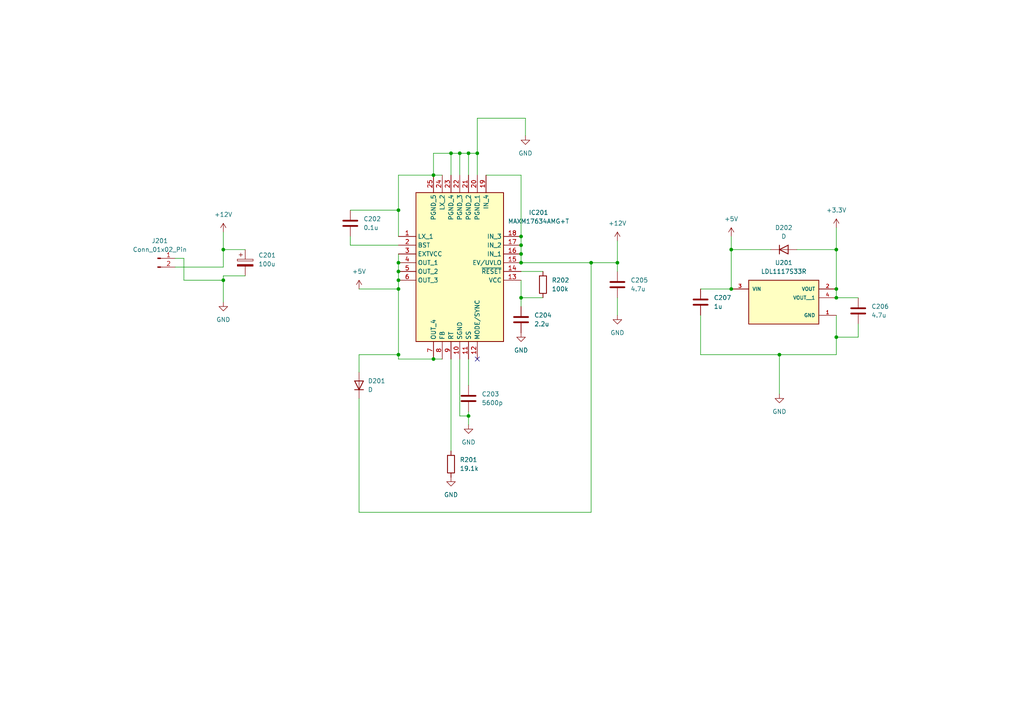
<source format=kicad_sch>
(kicad_sch (version 20230121) (generator eeschema)
  (paper "A4")
  (lib_symbols
    (symbol "00_my_sym:LDL1117S33R" (pin_names (offset 1.016))
      (property "Reference" "U" (at -10.16 7.62 0))
      (property "Value" "LDL1117S33R" (at -10.16 -12.7 0))
      (symbol "LDL1117S33R_0_0"
        (rectangle (start -10.16 -7.62) (end 10.16 5.08) (stroke (width 0.254)) (fill (type background)))
        (pin power_in line (at 15.24 -5.08 180) (length 5.08) (name "GND") (number "1"))
        (pin output line (at 15.24 2.54 180) (length 5.08) (name "VOUT") (number "2"))
        (pin input line (at -15.24 2.54 0) (length 5.08) (name "VIN") (number "3"))
        (pin output line (at 15.24 0 180) (length 5.08) (name "VOUT__1") (number "4"))
      )
    )
    (symbol "libV 1:+12V" (power) (pin_names (offset 0))
      (property "Value" "+12V" (at 0 3.556 0))
      (symbol "+12V_0_1"
        (polyline (pts (xy -0.762 1.27) (xy 0 2.54)))
        (polyline (pts (xy 0 0) (xy 0 2.54)))
        (polyline (pts (xy 0 2.54) (xy 0.762 1.27)))
      )
      (symbol "+12V_1_1"
        (pin power_in line (at 0 0 90) (length 0) hide (name "+12V") (number "1"))
      )
    )
    (symbol "libV 1:+3.3V" (power) (pin_names (offset 0))
      (property "Value" "+3.3V" (at 0 3.556 0))
      (symbol "+3.3V_0_1"
        (polyline (pts (xy -0.762 1.27) (xy 0 2.54)))
        (polyline (pts (xy 0 0) (xy 0 2.54)))
        (polyline (pts (xy 0 2.54) (xy 0.762 1.27)))
      )
      (symbol "+3.3V_1_1"
        (pin power_in line (at 0 0 90) (length 0) hide (name "+3.3V") (number "1"))
      )
    )
    (symbol "libV 1:+5V" (power) (pin_names (offset 0))
      (property "Value" "+5V" (at 0 3.556 0))
      (symbol "+5V_0_1"
        (polyline (pts (xy -0.762 1.27) (xy 0 2.54)))
        (polyline (pts (xy 0 0) (xy 0 2.54)))
        (polyline (pts (xy 0 2.54) (xy 0.762 1.27)))
      )
      (symbol "+5V_1_1"
        (pin power_in line (at 0 0 90) (length 0) hide (name "+5V") (number "1"))
      )
    )
    (symbol "libV 1:C" (pin_numbers hide) (pin_names (offset 0.254))
      (property "Reference" "C" (at 0.635 2.54 0))
      (property "Value" "C" (at 0.635 -2.54 0))
      (symbol "C_0_1"
        (polyline (pts (xy -2.032 -0.762) (xy 2.032 -0.762)) (stroke (width 0.508)))
        (polyline (pts (xy -2.032 0.762) (xy 2.032 0.762)) (stroke (width 0.508)))
      )
      (symbol "C_1_1"
        (pin passive line (at 0 3.81 270) (length 2.794) (name "~") (number "1"))
        (pin passive line (at 0 -3.81 90) (length 2.794) (name "~") (number "2"))
      )
    )
    (symbol "libV 1:C_Polarized" (pin_numbers hide) (pin_names (offset 0.254))
      (property "Reference" "C" (at 0.635 2.54 0))
      (property "Value" "C_Polarized" (at 0.635 -2.54 0))
      (symbol "C_Polarized_0_1"
        (rectangle (start -2.286 0.508) (end 2.286 1.016))
        (polyline (pts (xy -1.778 2.286) (xy -0.762 2.286)))
        (polyline (pts (xy -1.27 2.794) (xy -1.27 1.778)))
        (rectangle (start 2.286 -0.508) (end -2.286 -1.016) (fill (type outline)))
      )
      (symbol "C_Polarized_1_1"
        (pin passive line (at 0 3.81 270) (length 2.794) (name "~") (number "1"))
        (pin passive line (at 0 -3.81 90) (length 2.794) (name "~") (number "2"))
      )
    )
    (symbol "libV 1:Conn_01x02_Pin" (pin_names (offset 1.016) hide)
      (property "Reference" "J" (at 0 2.54 0))
      (property "Value" "Conn_01x02_Pin" (at 0 -5.08 0))
      (symbol "Conn_01x02_Pin_1_1"
        (polyline (pts (xy 1.27 -2.54) (xy 0.8636 -2.54)) (stroke (width 0.1524)))
        (polyline (pts (xy 1.27 0) (xy 0.8636 0)) (stroke (width 0.1524)))
        (rectangle (start 0.8636 -2.413) (end 0 -2.667) (stroke (width 0.1524)) (fill (type outline)))
        (rectangle (start 0.8636 0.127) (end 0 -0.127) (stroke (width 0.1524)) (fill (type outline)))
        (pin passive line (at 5.08 0 180) (length 3.81) (name "Pin_1") (number "1"))
        (pin passive line (at 5.08 -2.54 180) (length 3.81) (name "Pin_2") (number "2"))
      )
    )
    (symbol "libV 1:D" (pin_numbers hide) (pin_names (offset 1.016) hide)
      (property "Reference" "D" (at 0 2.54 0))
      (property "Value" "D" (at 0 -2.54 0))
      (symbol "D_0_1"
        (polyline (pts (xy -1.27 1.27) (xy -1.27 -1.27)) (stroke (width 0.254)))
        (polyline (pts (xy 1.27 0) (xy -1.27 0)))
        (polyline (pts (xy 1.27 1.27) (xy 1.27 -1.27) (xy -1.27 0) (xy 1.27 1.27)) (stroke (width 0.254)))
      )
      (symbol "D_1_1"
        (pin passive line (at -3.81 0 0) (length 2.54) (name "K") (number "1"))
        (pin passive line (at 3.81 0 180) (length 2.54) (name "A") (number "2"))
      )
    )
    (symbol "libV 1:GND" (power) (pin_names (offset 0))
      (property "Value" "GND" (at 0 -3.81 0))
      (symbol "GND_0_1"
        (polyline (pts (xy 0 0) (xy 0 -1.27) (xy 1.27 -1.27) (xy 0 -2.54) (xy -1.27 -1.27) (xy 0 -1.27)))
      )
      (symbol "GND_1_1"
        (pin power_in line (at 0 0 270) (length 0) hide (name "GND") (number "1"))
      )
    )
    (symbol "libV 1:MAXM17634AMG+T"
      (property "Reference" "IC" (at 31.75 17.78 0))
      (property "Value" "MAXM17634AMG+T" (at 31.75 15.24 0))
      (symbol "MAXM17634AMG+T_1_1"
        (rectangle (start 5.08 12.7) (end 30.48 -30.48) (stroke (width 0.254)) (fill (type background)))
        (pin passive line (at 0 0 0) (length 5.08) (name "LX_1") (number "1"))
        (pin passive line (at 17.78 -35.56 90) (length 5.08) (name "SGND") (number "10"))
        (pin passive line (at 20.32 -35.56 90) (length 5.08) (name "SS") (number "11"))
        (pin passive line (at 22.86 -35.56 90) (length 5.08) (name "MODE/SYNC") (number "12"))
        (pin passive line (at 35.56 -12.7 180) (length 5.08) (name "VCC") (number "13"))
        (pin passive line (at 35.56 -10.16 180) (length 5.08) (name "~{RESET}") (number "14"))
        (pin passive line (at 35.56 -7.62 180) (length 5.08) (name "EV/UVLO") (number "15"))
        (pin passive line (at 35.56 -5.08 180) (length 5.08) (name "IN_1") (number "16"))
        (pin passive line (at 35.56 -2.54 180) (length 5.08) (name "IN_2") (number "17"))
        (pin passive line (at 35.56 0 180) (length 5.08) (name "IN_3") (number "18"))
        (pin passive line (at 25.4 17.78 270) (length 5.08) (name "IN_4") (number "19"))
        (pin passive line (at 0 -2.54 0) (length 5.08) (name "BST") (number "2"))
        (pin passive line (at 22.86 17.78 270) (length 5.08) (name "PGND_1") (number "20"))
        (pin passive line (at 20.32 17.78 270) (length 5.08) (name "PGND_2") (number "21"))
        (pin passive line (at 17.78 17.78 270) (length 5.08) (name "PGND_3") (number "22"))
        (pin passive line (at 15.24 17.78 270) (length 5.08) (name "PGND_4") (number "23"))
        (pin passive line (at 12.7 17.78 270) (length 5.08) (name "LX_2") (number "24"))
        (pin passive line (at 10.16 17.78 270) (length 5.08) (name "PGND_5") (number "25"))
        (pin passive line (at 0 -5.08 0) (length 5.08) (name "EXTVCC") (number "3"))
        (pin passive line (at 0 -7.62 0) (length 5.08) (name "OUT_1") (number "4"))
        (pin passive line (at 0 -10.16 0) (length 5.08) (name "OUT_2") (number "5"))
        (pin passive line (at 0 -12.7 0) (length 5.08) (name "OUT_3") (number "6"))
        (pin passive line (at 10.16 -35.56 90) (length 5.08) (name "OUT_4") (number "7"))
        (pin passive line (at 12.7 -35.56 90) (length 5.08) (name "FB") (number "8"))
        (pin passive line (at 15.24 -35.56 90) (length 5.08) (name "RT") (number "9"))
      )
    )
    (symbol "libV 1:R" (pin_numbers hide) (pin_names (offset 0))
      (property "Reference" "R" (at 2.032 0 90))
      (property "Value" "R" (at 0 0 90))
      (symbol "R_0_1"
        (rectangle (start -1.016 -2.54) (end 1.016 2.54) (stroke (width 0.254)))
      )
      (symbol "R_1_1"
        (pin passive line (at 0 3.81 270) (length 1.27) (name "~") (number "1"))
        (pin passive line (at 0 -3.81 90) (length 1.27) (name "~") (number "2"))
      )
    )
  )
  (junction (at 151.13 73.66))
  (junction (at 115.57 60.96))
  (junction (at 115.57 102.87))
  (junction (at 130.81 44.45))
  (junction (at 151.13 86.36))
  (junction (at 151.13 68.58))
  (junction (at 138.43 44.45))
  (junction (at 135.89 44.45))
  (junction (at 115.57 81.28))
  (junction (at 135.89 120.65))
  (junction (at 179.07 76.2))
  (junction (at 242.57 97.79))
  (junction (at 125.73 104.14))
  (junction (at 212.09 72.39))
  (junction (at 171.45 76.2))
  (junction (at 64.77 72.39))
  (junction (at 115.57 78.74))
  (junction (at 115.57 83.82))
  (junction (at 64.77 81.28))
  (junction (at 115.57 76.2))
  (junction (at 242.57 72.39))
  (junction (at 212.09 83.82))
  (junction (at 242.57 83.82))
  (junction (at 125.73 50.8))
  (junction (at 151.13 71.12))
  (junction (at 242.57 86.36))
  (junction (at 151.13 76.2))
  (junction (at 133.35 44.45))
  (junction (at 226.06 102.87))
  (no_connect (at 138.43 104.14))
  (wire (pts (xy 151.13 81.28) (xy 151.13 86.36)))
  (wire (pts (xy 231.14 72.39) (xy 242.57 72.39)))
  (wire (pts (xy 50.8 77.47) (xy 64.77 77.47)))
  (wire (pts (xy 242.57 86.36) (xy 248.92 86.36)))
  (wire (pts (xy 171.45 148.59) (xy 171.45 76.2)))
  (wire (pts (xy 226.06 102.87) (xy 226.06 114.3)))
  (wire (pts (xy 212.09 68.58) (xy 212.09 72.39)))
  (wire (pts (xy 115.57 81.28) (xy 115.57 83.82)))
  (wire (pts (xy 104.14 83.82) (xy 115.57 83.82)))
  (wire (pts (xy 64.77 80.01) (xy 71.12 80.01)))
  (wire (pts (xy 151.13 68.58) (xy 151.13 71.12)))
  (wire (pts (xy 151.13 86.36) (xy 157.48 86.36)))
  (wire (pts (xy 203.2 102.87) (xy 226.06 102.87)))
  (wire (pts (xy 130.81 44.45) (xy 130.81 50.8)))
  (wire (pts (xy 115.57 73.66) (xy 115.57 76.2)))
  (wire (pts (xy 50.8 74.93) (xy 53.34 74.93)))
  (wire (pts (xy 53.34 81.28) (xy 64.77 81.28)))
  (wire (pts (xy 151.13 71.12) (xy 151.13 73.66)))
  (wire (pts (xy 248.92 93.98) (xy 248.92 97.79)))
  (wire (pts (xy 104.14 107.95) (xy 104.14 102.87)))
  (wire (pts (xy 248.92 97.79) (xy 242.57 97.79)))
  (wire (pts (xy 64.77 77.47) (xy 64.77 72.39)))
  (wire (pts (xy 212.09 72.39) (xy 212.09 83.82)))
  (wire (pts (xy 104.14 102.87) (xy 115.57 102.87)))
  (wire (pts (xy 64.77 80.01) (xy 64.77 81.28)))
  (wire (pts (xy 226.06 102.87) (xy 242.57 102.87)))
  (wire (pts (xy 151.13 76.2) (xy 171.45 76.2)))
  (wire (pts (xy 179.07 78.74) (xy 179.07 76.2)))
  (wire (pts (xy 135.89 44.45) (xy 138.43 44.45)))
  (wire (pts (xy 125.73 44.45) (xy 130.81 44.45)))
  (wire (pts (xy 135.89 120.65) (xy 135.89 119.38)))
  (wire (pts (xy 242.57 66.04) (xy 242.57 72.39)))
  (wire (pts (xy 135.89 44.45) (xy 135.89 50.8)))
  (wire (pts (xy 115.57 102.87) (xy 115.57 104.14)))
  (wire (pts (xy 171.45 76.2) (xy 179.07 76.2)))
  (wire (pts (xy 125.73 104.14) (xy 128.27 104.14)))
  (wire (pts (xy 151.13 73.66) (xy 151.13 76.2)))
  (wire (pts (xy 53.34 74.93) (xy 53.34 81.28)))
  (wire (pts (xy 242.57 97.79) (xy 242.57 91.44)))
  (wire (pts (xy 115.57 60.96) (xy 115.57 68.58)))
  (wire (pts (xy 140.97 50.8) (xy 151.13 50.8)))
  (wire (pts (xy 64.77 72.39) (xy 64.77 67.31)))
  (wire (pts (xy 152.4 34.29) (xy 152.4 39.37)))
  (wire (pts (xy 133.35 44.45) (xy 135.89 44.45)))
  (wire (pts (xy 64.77 72.39) (xy 71.12 72.39)))
  (wire (pts (xy 115.57 76.2) (xy 115.57 78.74)))
  (wire (pts (xy 151.13 50.8) (xy 151.13 68.58)))
  (wire (pts (xy 115.57 78.74) (xy 115.57 81.28)))
  (wire (pts (xy 138.43 50.8) (xy 138.43 44.45)))
  (wire (pts (xy 151.13 86.36) (xy 151.13 88.9)))
  (wire (pts (xy 179.07 69.85) (xy 179.07 76.2)))
  (wire (pts (xy 64.77 81.28) (xy 64.77 87.63)))
  (wire (pts (xy 138.43 44.45) (xy 138.43 34.29)))
  (wire (pts (xy 135.89 104.14) (xy 135.89 111.76)))
  (wire (pts (xy 115.57 71.12) (xy 101.6 71.12)))
  (wire (pts (xy 125.73 50.8) (xy 115.57 50.8)))
  (wire (pts (xy 101.6 71.12) (xy 101.6 68.58)))
  (wire (pts (xy 104.14 148.59) (xy 171.45 148.59)))
  (wire (pts (xy 104.14 115.57) (xy 104.14 148.59)))
  (wire (pts (xy 179.07 86.36) (xy 179.07 91.44)))
  (wire (pts (xy 128.27 50.8) (xy 125.73 50.8)))
  (wire (pts (xy 242.57 83.82) (xy 242.57 86.36)))
  (wire (pts (xy 115.57 104.14) (xy 125.73 104.14)))
  (wire (pts (xy 212.09 72.39) (xy 223.52 72.39)))
  (wire (pts (xy 242.57 72.39) (xy 242.57 83.82)))
  (wire (pts (xy 203.2 91.44) (xy 203.2 102.87)))
  (wire (pts (xy 203.2 83.82) (xy 212.09 83.82)))
  (wire (pts (xy 151.13 78.74) (xy 157.48 78.74)))
  (wire (pts (xy 135.89 123.19) (xy 135.89 120.65)))
  (wire (pts (xy 242.57 102.87) (xy 242.57 97.79)))
  (wire (pts (xy 133.35 104.14) (xy 133.35 120.65)))
  (wire (pts (xy 130.81 104.14) (xy 130.81 130.81)))
  (wire (pts (xy 115.57 50.8) (xy 115.57 60.96)))
  (wire (pts (xy 101.6 60.96) (xy 115.57 60.96)))
  (wire (pts (xy 130.81 44.45) (xy 133.35 44.45)))
  (wire (pts (xy 138.43 34.29) (xy 152.4 34.29)))
  (wire (pts (xy 115.57 83.82) (xy 115.57 102.87)))
  (wire (pts (xy 125.73 50.8) (xy 125.73 44.45)))
  (wire (pts (xy 133.35 120.65) (xy 135.89 120.65)))
  (wire (pts (xy 133.35 44.45) (xy 133.35 50.8)))
  (symbol (lib_id "libV 1:D") (at 227.33 72.39 0) (unit 1)
    (property "Reference" "D202" (at 227.33 66.04 0))
    (property "Value" "D" (at 227.33 68.58 0))
    (property "Footprint" "Diode_SMD:D_SMA" (effects hide))
    (property "Sim.Device" "D" (effects hide))
    (property "Sim.Pins" "1=K 2=A" (effects hide))
  )
  (symbol (lib_id "libV 1:C") (at 203.2 87.63 0) (unit 1)
    (property "Reference" "C207" (at 207.01 86.36 0) (effects (justify left)))
    (property "Value" "1u" (at 207.01 88.9 0) (effects (justify left)))
    (property "Footprint" "Capacitor_SMD:C_0805_2012Metric" (effects hide))
  )
  (symbol (lib_id "libV 1:C_Polarized") (at 71.12 76.2 0) (unit 1)
    (property "Reference" "C201" (at 74.93 74.041 0) (effects (justify left)))
    (property "Value" "100u" (at 74.93 76.581 0) (effects (justify left)))
    (property "Footprint" "Capacitor_SMD:CP_Elec_6.3x5.9" (effects hide))
  )
  (symbol (lib_id "libV 1:GND") (at 130.81 138.43 0) (unit 1)
    (property "Reference" "#PWR0204" (effects hide))
    (property "Value" "GND" (at 130.81 143.51 0))
  )
  (symbol (lib_id "libV 1:GND") (at 226.06 114.3 0) (unit 1)
    (property "Reference" "#PWR0210" (effects hide))
    (property "Value" "GND" (at 226.06 119.38 0))
  )
  (symbol (lib_id "libV 1:GND") (at 135.89 123.19 0) (unit 1)
    (property "Reference" "#PWR0205" (effects hide))
    (property "Value" "GND" (at 135.89 128.27 0))
  )
  (symbol (lib_id "libV 1:R") (at 157.48 82.55 0) (unit 1)
    (property "Reference" "R202" (at 160.02 81.28 0) (effects (justify left)))
    (property "Value" "100k" (at 160.02 83.82 0) (effects (justify left)))
    (property "Footprint" "Resistor_SMD:R_0603_1608Metric" (effects hide))
  )
  (symbol (lib_id "libV 1:C") (at 179.07 82.55 0) (unit 1)
    (property "Reference" "C205" (at 182.88 81.28 0) (effects (justify left)))
    (property "Value" "4.7u" (at 182.88 83.82 0) (effects (justify left)))
    (property "Footprint" "Capacitor_SMD:C_0805_2012Metric" (effects hide))
  )
  (symbol (lib_id "libV 1:GND") (at 151.13 96.52 0) (unit 1)
    (property "Reference" "#PWR0206" (effects hide))
    (property "Value" "GND" (at 151.13 101.6 0))
  )
  (symbol (lib_id "libV 1:+5V") (at 104.14 83.82 0) (unit 1)
    (property "Reference" "#PWR0203" (effects hide))
    (property "Value" "+5V" (at 104.14 78.74 0))
  )
  (symbol (lib_id "libV 1:C") (at 135.89 115.57 0) (unit 1)
    (property "Reference" "C203" (at 139.7 114.3 0) (effects (justify left)))
    (property "Value" "5600p" (at 139.7 116.84 0) (effects (justify left)))
    (property "Footprint" "Capacitor_SMD:C_0603_1608Metric" (effects hide))
  )
  (symbol (lib_id "libV 1:Conn_01x02_Pin") (at 45.72 74.93 0) (unit 1)
    (property "Reference" "J201" (at 46.355 69.85 0))
    (property "Value" "Conn_01x02_Pin" (at 46.355 72.39 0))
    (property "Footprint" "Connector_AMASS:AMASS_XT30UPB-M_1x02_P5.0mm_Vertical" (effects hide))
  )
  (symbol (lib_id "libV 1:+12V") (at 179.07 69.85 0) (unit 1)
    (property "Reference" "#PWR0208" (effects hide))
    (property "Value" "+12V" (at 179.07 64.77 0))
  )
  (symbol (lib_id "00_my_sym:LDL1117S33R") (at 227.33 86.36 0) (unit 1)
    (property "Reference" "U201" (at 227.33 76.2 0))
    (property "Value" "LDL1117S33R" (at 227.33 78.74 0))
    (property "Footprint" "00_myFoot_7.0Lib:SOT230P700X180-4N" (effects hide))
    (property "PARTREV" "7" (effects hide))
    (property "MANUFACTURER" "STMicroelectronics" (effects hide))
    (property "SNAPEDA_PN" "LDL1117S33R" (effects hide))
    (property "MAXIMUM_PACKAGE_HEIGHT" "1.8 mm" (effects hide))
    (property "STANDARD" "IPC 7351B" (effects hide))
  )
  (symbol (lib_id "libV 1:R") (at 130.81 134.62 0) (unit 1)
    (property "Reference" "R201" (at 133.35 133.35 0) (effects (justify left)))
    (property "Value" "19.1k" (at 133.35 135.89 0) (effects (justify left)))
    (property "Footprint" "Resistor_SMD:R_0603_1608Metric" (effects hide))
  )
  (symbol (lib_id "libV 1:GND") (at 152.4 39.37 0) (unit 1)
    (property "Reference" "#PWR0207" (effects hide))
    (property "Value" "GND" (at 152.4 44.45 0))
  )
  (symbol (lib_id "libV 1:C") (at 151.13 92.71 0) (unit 1)
    (property "Reference" "C204" (at 154.94 91.44 0) (effects (justify left)))
    (property "Value" "2.2u" (at 154.94 93.98 0) (effects (justify left)))
    (property "Footprint" "Capacitor_SMD:C_0603_1608Metric" (effects hide))
  )
  (symbol (lib_id "libV 1:MAXM17634AMG+T") (at 115.57 68.58 0) (unit 1)
    (property "Reference" "IC201" (at 156.21 61.6519 0))
    (property "Value" "MAXM17634AMG+T" (at 156.21 64.1919 0))
    (property "Footprint" "00_myFoot_7.0Lib:MAXM17634AMGT" (effects hide))
    (property "Datasheet" "https://www.analog.com/MAXM17634/datasheet" (effects hide))
    (property "Height" "1.8" (effects hide))
    (property "Mouser Part Number" "700-MAXM17634AMG+T" (effects hide))
    (property "Mouser Price/Stock" "https://www.mouser.co.uk/ProductDetail/Maxim-Integrated/MAXM17634AMG%2bT?qs=OlC7AqGiEDnhJN9rTqPPrQ%3D%3D" (effects hide))
    (property "Manufacturer_Name" "Analog Devices" (effects hide))
    (property "Manufacturer_Part_Number" "MAXM17634AMG+T" (effects hide))
  )
  (symbol (lib_id "libV 1:C") (at 101.6 64.77 0) (unit 1)
    (property "Reference" "C202" (at 105.41 63.5 0) (effects (justify left)))
    (property "Value" "0.1u" (at 105.41 66.04 0) (effects (justify left)))
    (property "Footprint" "Capacitor_SMD:C_0603_1608Metric" (effects hide))
  )
  (symbol (lib_id "libV 1:+3.3V") (at 242.57 66.04 0) (unit 1)
    (property "Reference" "#PWR0212" (effects hide))
    (property "Value" "+3.3V" (at 242.57 60.96 0))
  )
  (symbol (lib_id "libV 1:D") (at 104.14 111.76 90) (unit 1)
    (property "Reference" "D201" (at 106.68 110.49 90) (effects (justify right)))
    (property "Value" "D" (at 106.68 113.03 90) (effects (justify right)))
    (property "Footprint" "Diode_SMD:D_SMA" (effects hide))
    (property "Sim.Device" "D" (effects hide))
    (property "Sim.Pins" "1=K 2=A" (effects hide))
  )
  (symbol (lib_id "libV 1:C") (at 248.92 90.17 0) (unit 1)
    (property "Reference" "C206" (at 252.73 88.9 0) (effects (justify left)))
    (property "Value" "4.7u" (at 252.73 91.44 0) (effects (justify left)))
    (property "Footprint" "Capacitor_SMD:C_0805_2012Metric" (effects hide))
  )
  (symbol (lib_id "libV 1:+12V") (at 64.77 67.31 0) (unit 1)
    (property "Reference" "#PWR0201" (effects hide))
    (property "Value" "+12V" (at 64.77 62.23 0))
  )
  (symbol (lib_id "libV 1:GND") (at 179.07 91.44 0) (unit 1)
    (property "Reference" "#PWR0209" (effects hide))
    (property "Value" "GND" (at 179.07 96.52 0))
  )
  (symbol (lib_id "libV 1:+5V") (at 212.09 68.58 0) (unit 1)
    (property "Reference" "#PWR0211" (effects hide))
    (property "Value" "+5V" (at 212.09 63.5 0))
  )
  (symbol (lib_id "libV 1:GND") (at 64.77 87.63 0) (unit 1)
    (property "Reference" "#PWR0202" (effects hide))
    (property "Value" "GND" (at 64.77 92.71 0))
  )
)
</source>
